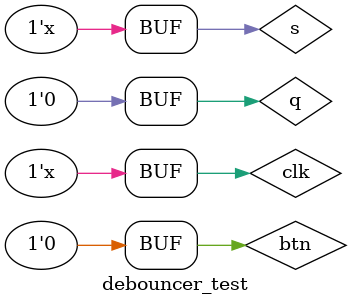
<source format=v>
`timescale 1ns / 1ps


module debouncer_test(

    );
    reg btn = 0;
    reg q = 0;
    reg s = 0;
    reg clk = 0;
    
    always begin
        btn = 1; #1000;
        btn = 0; #50;
        btn = 1; #50;
        btn = 0; #50;
        btn = 1; #50;
        btn = 0; #20;
        btn = 1; #20;
        btn = 0; #20;
        btn = 1; #20;
        btn = 0; #20;
        btn = 1; #20;
        btn = 0; #5000;
    end
    
    always begin
        clk = ~clk; #782;
    end
    
    always @ (clk) begin
        q <= btn;
        s <= q;
    end
endmodule

</source>
